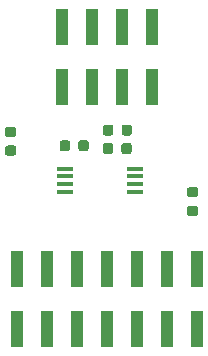
<source format=gbr>
G04 #@! TF.GenerationSoftware,KiCad,Pcbnew,5.1.12-84ad8e8a86~92~ubuntu20.04.1*
G04 #@! TF.CreationDate,2022-01-25T20:05:45-05:00*
G04 #@! TF.ProjectId,ABPDANT015PGAA5_sensor_module,41425044-414e-4543-9031-355047414135,rev?*
G04 #@! TF.SameCoordinates,Original*
G04 #@! TF.FileFunction,Paste,Bot*
G04 #@! TF.FilePolarity,Positive*
%FSLAX46Y46*%
G04 Gerber Fmt 4.6, Leading zero omitted, Abs format (unit mm)*
G04 Created by KiCad (PCBNEW 5.1.12-84ad8e8a86~92~ubuntu20.04.1) date 2022-01-25 20:05:45*
%MOMM*%
%LPD*%
G01*
G04 APERTURE LIST*
%ADD10R,1.000000X3.150000*%
%ADD11R,1.450000X0.450000*%
G04 APERTURE END LIST*
G36*
G01*
X105021090Y-42949580D02*
X104508590Y-42949580D01*
G75*
G02*
X104289840Y-42730830I0J218750D01*
G01*
X104289840Y-42293330D01*
G75*
G02*
X104508590Y-42074580I218750J0D01*
G01*
X105021090Y-42074580D01*
G75*
G02*
X105239840Y-42293330I0J-218750D01*
G01*
X105239840Y-42730830D01*
G75*
G02*
X105021090Y-42949580I-218750J0D01*
G01*
G37*
G36*
G01*
X105021090Y-41374580D02*
X104508590Y-41374580D01*
G75*
G02*
X104289840Y-41155830I0J218750D01*
G01*
X104289840Y-40718330D01*
G75*
G02*
X104508590Y-40499580I218750J0D01*
G01*
X105021090Y-40499580D01*
G75*
G02*
X105239840Y-40718330I0J-218750D01*
G01*
X105239840Y-41155830D01*
G75*
G02*
X105021090Y-41374580I-218750J0D01*
G01*
G37*
G36*
G01*
X120426190Y-46472360D02*
X119913690Y-46472360D01*
G75*
G02*
X119694940Y-46253610I0J218750D01*
G01*
X119694940Y-45816110D01*
G75*
G02*
X119913690Y-45597360I218750J0D01*
G01*
X120426190Y-45597360D01*
G75*
G02*
X120644940Y-45816110I0J-218750D01*
G01*
X120644940Y-46253610D01*
G75*
G02*
X120426190Y-46472360I-218750J0D01*
G01*
G37*
G36*
G01*
X120426190Y-48047360D02*
X119913690Y-48047360D01*
G75*
G02*
X119694940Y-47828610I0J218750D01*
G01*
X119694940Y-47391110D01*
G75*
G02*
X119913690Y-47172360I218750J0D01*
G01*
X120426190Y-47172360D01*
G75*
G02*
X120644940Y-47391110I0J-218750D01*
G01*
X120644940Y-47828610D01*
G75*
G02*
X120426190Y-48047360I-218750J0D01*
G01*
G37*
G36*
G01*
X112572080Y-42587890D02*
X112572080Y-42075390D01*
G75*
G02*
X112790830Y-41856640I218750J0D01*
G01*
X113228330Y-41856640D01*
G75*
G02*
X113447080Y-42075390I0J-218750D01*
G01*
X113447080Y-42587890D01*
G75*
G02*
X113228330Y-42806640I-218750J0D01*
G01*
X112790830Y-42806640D01*
G75*
G02*
X112572080Y-42587890I0J218750D01*
G01*
G37*
G36*
G01*
X114147080Y-42587890D02*
X114147080Y-42075390D01*
G75*
G02*
X114365830Y-41856640I218750J0D01*
G01*
X114803330Y-41856640D01*
G75*
G02*
X115022080Y-42075390I0J-218750D01*
G01*
X115022080Y-42587890D01*
G75*
G02*
X114803330Y-42806640I-218750J0D01*
G01*
X114365830Y-42806640D01*
G75*
G02*
X114147080Y-42587890I0J218750D01*
G01*
G37*
G36*
G01*
X114159780Y-41030870D02*
X114159780Y-40518370D01*
G75*
G02*
X114378530Y-40299620I218750J0D01*
G01*
X114816030Y-40299620D01*
G75*
G02*
X115034780Y-40518370I0J-218750D01*
G01*
X115034780Y-41030870D01*
G75*
G02*
X114816030Y-41249620I-218750J0D01*
G01*
X114378530Y-41249620D01*
G75*
G02*
X114159780Y-41030870I0J218750D01*
G01*
G37*
G36*
G01*
X112584780Y-41030870D02*
X112584780Y-40518370D01*
G75*
G02*
X112803530Y-40299620I218750J0D01*
G01*
X113241030Y-40299620D01*
G75*
G02*
X113459780Y-40518370I0J-218750D01*
G01*
X113459780Y-41030870D01*
G75*
G02*
X113241030Y-41249620I-218750J0D01*
G01*
X112803530Y-41249620D01*
G75*
G02*
X112584780Y-41030870I0J218750D01*
G01*
G37*
D10*
X105330000Y-52555000D03*
X105330000Y-57605000D03*
X107870000Y-52555000D03*
X107870000Y-57605000D03*
X110410000Y-52555000D03*
X110410000Y-57605000D03*
X112950000Y-52555000D03*
X112950000Y-57605000D03*
X115490000Y-52555000D03*
X115490000Y-57605000D03*
X118030000Y-52555000D03*
X118030000Y-57605000D03*
X120570000Y-52555000D03*
X120570000Y-57605000D03*
X116770000Y-37105000D03*
X116770000Y-32055000D03*
X114230000Y-37105000D03*
X114230000Y-32055000D03*
X111690000Y-37105000D03*
X111690000Y-32055000D03*
X109150000Y-37105000D03*
X109150000Y-32055000D03*
D11*
X115300000Y-44035000D03*
X115300000Y-44685000D03*
X115300000Y-45335000D03*
X115300000Y-45985000D03*
X109400000Y-45985000D03*
X109400000Y-45335000D03*
X109400000Y-44685000D03*
X109400000Y-44035000D03*
G36*
G01*
X108929720Y-42356750D02*
X108929720Y-41844250D01*
G75*
G02*
X109148470Y-41625500I218750J0D01*
G01*
X109585970Y-41625500D01*
G75*
G02*
X109804720Y-41844250I0J-218750D01*
G01*
X109804720Y-42356750D01*
G75*
G02*
X109585970Y-42575500I-218750J0D01*
G01*
X109148470Y-42575500D01*
G75*
G02*
X108929720Y-42356750I0J218750D01*
G01*
G37*
G36*
G01*
X110504720Y-42356750D02*
X110504720Y-41844250D01*
G75*
G02*
X110723470Y-41625500I218750J0D01*
G01*
X111160970Y-41625500D01*
G75*
G02*
X111379720Y-41844250I0J-218750D01*
G01*
X111379720Y-42356750D01*
G75*
G02*
X111160970Y-42575500I-218750J0D01*
G01*
X110723470Y-42575500D01*
G75*
G02*
X110504720Y-42356750I0J218750D01*
G01*
G37*
M02*

</source>
